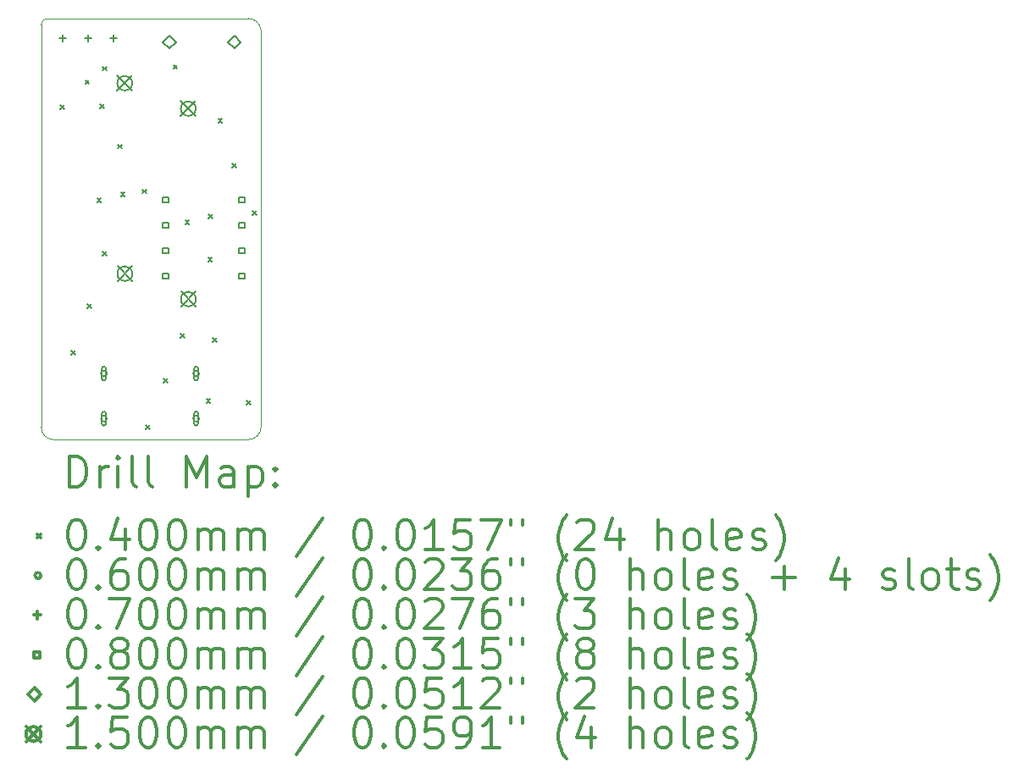
<source format=gbr>
%FSLAX45Y45*%
G04 Gerber Fmt 4.5, Leading zero omitted, Abs format (unit mm)*
G04 Created by KiCad (PCBNEW (5.1.10)-1) date 2021-10-19 19:02:57*
%MOMM*%
%LPD*%
G01*
G04 APERTURE LIST*
%TA.AperFunction,Profile*%
%ADD10C,0.050000*%
%TD*%
%ADD11C,0.200000*%
%ADD12C,0.300000*%
G04 APERTURE END LIST*
D10*
X19580860Y-5768340D02*
X19580860Y-9789160D01*
X21777960Y-9789160D02*
G75*
G02*
X21650960Y-9916160I-127000J0D01*
G01*
X21650960Y-5704840D02*
G75*
G02*
X21777960Y-5819773I0J-127633D01*
G01*
X19580860Y-5768340D02*
G75*
G02*
X19644360Y-5704840I63500J0D01*
G01*
X19707860Y-9916160D02*
G75*
G02*
X19580860Y-9789160I0J127000D01*
G01*
X21650960Y-5704840D02*
X19644360Y-5704840D01*
X21777960Y-9789160D02*
X21777960Y-5819773D01*
X19707860Y-9916160D02*
X21650960Y-9916160D01*
D11*
X19773966Y-6570538D02*
X19813966Y-6610538D01*
X19813966Y-6570538D02*
X19773966Y-6610538D01*
X19879884Y-9026972D02*
X19919884Y-9066972D01*
X19919884Y-9026972D02*
X19879884Y-9066972D01*
X20022632Y-6320856D02*
X20062632Y-6360856D01*
X20062632Y-6320856D02*
X20022632Y-6360856D01*
X20043968Y-8562152D02*
X20083968Y-8602152D01*
X20083968Y-8562152D02*
X20043968Y-8602152D01*
X20141250Y-7500178D02*
X20181250Y-7540178D01*
X20181250Y-7500178D02*
X20141250Y-7540178D01*
X20171222Y-6562918D02*
X20211222Y-6602918D01*
X20211222Y-6562918D02*
X20171222Y-6602918D01*
X20193066Y-8035356D02*
X20233066Y-8075356D01*
X20233066Y-8035356D02*
X20193066Y-8075356D01*
X20196876Y-6185728D02*
X20236876Y-6225728D01*
X20236876Y-6185728D02*
X20196876Y-6225728D01*
X20348260Y-6965254D02*
X20388260Y-7005254D01*
X20388260Y-6965254D02*
X20348260Y-7005254D01*
X20378232Y-7442520D02*
X20418232Y-7482520D01*
X20418232Y-7442520D02*
X20378232Y-7482520D01*
X20590956Y-7414326D02*
X20630956Y-7454326D01*
X20630956Y-7414326D02*
X20590956Y-7454326D01*
X20625628Y-9768906D02*
X20665628Y-9808906D01*
X20665628Y-9768906D02*
X20625628Y-9808906D01*
X20805206Y-9307642D02*
X20845206Y-9347642D01*
X20845206Y-9307642D02*
X20805206Y-9347642D01*
X20901472Y-6167948D02*
X20941472Y-6207948D01*
X20941472Y-6167948D02*
X20901472Y-6207948D01*
X20973354Y-8859840D02*
X21013354Y-8899840D01*
X21013354Y-8859840D02*
X20973354Y-8899840D01*
X21021106Y-7720904D02*
X21061106Y-7760904D01*
X21061106Y-7720904D02*
X21021106Y-7760904D01*
X21232688Y-9508048D02*
X21272688Y-9548048D01*
X21272688Y-9508048D02*
X21232688Y-9548048D01*
X21248690Y-8097078D02*
X21288690Y-8137078D01*
X21288690Y-8097078D02*
X21248690Y-8137078D01*
X21251992Y-7662738D02*
X21291992Y-7702738D01*
X21291992Y-7662738D02*
X21251992Y-7702738D01*
X21295934Y-8900734D02*
X21335934Y-8940734D01*
X21335934Y-8900734D02*
X21295934Y-8940734D01*
X21351814Y-6709476D02*
X21391814Y-6749476D01*
X21391814Y-6709476D02*
X21351814Y-6749476D01*
X21490752Y-7155246D02*
X21530752Y-7195246D01*
X21530752Y-7155246D02*
X21490752Y-7195246D01*
X21634770Y-9526082D02*
X21674770Y-9566082D01*
X21674770Y-9526082D02*
X21634770Y-9566082D01*
X21691412Y-7627432D02*
X21731412Y-7667432D01*
X21731412Y-7627432D02*
X21691412Y-7667432D01*
X20238504Y-9255408D02*
G75*
G03*
X20238504Y-9255408I-30000J0D01*
G01*
X20188504Y-9205408D02*
X20188504Y-9305408D01*
X20228504Y-9205408D02*
X20228504Y-9305408D01*
X20188504Y-9305408D02*
G75*
G03*
X20228504Y-9305408I20000J0D01*
G01*
X20228504Y-9205408D02*
G75*
G03*
X20188504Y-9205408I-20000J0D01*
G01*
X20238504Y-9705408D02*
G75*
G03*
X20238504Y-9705408I-30000J0D01*
G01*
X20188504Y-9655408D02*
X20188504Y-9755408D01*
X20228504Y-9655408D02*
X20228504Y-9755408D01*
X20188504Y-9755408D02*
G75*
G03*
X20228504Y-9755408I20000J0D01*
G01*
X20228504Y-9655408D02*
G75*
G03*
X20188504Y-9655408I-20000J0D01*
G01*
X21160504Y-9255408D02*
G75*
G03*
X21160504Y-9255408I-30000J0D01*
G01*
X21110504Y-9205408D02*
X21110504Y-9305408D01*
X21150504Y-9205408D02*
X21150504Y-9305408D01*
X21110504Y-9305408D02*
G75*
G03*
X21150504Y-9305408I20000J0D01*
G01*
X21150504Y-9205408D02*
G75*
G03*
X21110504Y-9205408I-20000J0D01*
G01*
X21160504Y-9705408D02*
G75*
G03*
X21160504Y-9705408I-30000J0D01*
G01*
X21110504Y-9655408D02*
X21110504Y-9755408D01*
X21150504Y-9655408D02*
X21150504Y-9755408D01*
X21110504Y-9755408D02*
G75*
G03*
X21150504Y-9755408I20000J0D01*
G01*
X21150504Y-9655408D02*
G75*
G03*
X21110504Y-9655408I-20000J0D01*
G01*
X19798538Y-5863896D02*
X19798538Y-5933896D01*
X19763538Y-5898896D02*
X19833538Y-5898896D01*
X20052538Y-5863896D02*
X20052538Y-5933896D01*
X20017538Y-5898896D02*
X20087538Y-5898896D01*
X20306538Y-5863896D02*
X20306538Y-5933896D01*
X20271538Y-5898896D02*
X20341538Y-5898896D01*
X20854761Y-7545922D02*
X20854761Y-7489353D01*
X20798192Y-7489353D01*
X20798192Y-7545922D01*
X20854761Y-7545922D01*
X20854761Y-7799922D02*
X20854761Y-7743353D01*
X20798192Y-7743353D01*
X20798192Y-7799922D01*
X20854761Y-7799922D01*
X20854761Y-8053922D02*
X20854761Y-7997353D01*
X20798192Y-7997353D01*
X20798192Y-8053922D01*
X20854761Y-8053922D01*
X20854761Y-8307922D02*
X20854761Y-8251353D01*
X20798192Y-8251353D01*
X20798192Y-8307922D01*
X20854761Y-8307922D01*
X21616761Y-7545922D02*
X21616761Y-7489353D01*
X21560192Y-7489353D01*
X21560192Y-7545922D01*
X21616761Y-7545922D01*
X21616761Y-7799922D02*
X21616761Y-7743353D01*
X21560192Y-7743353D01*
X21560192Y-7799922D01*
X21616761Y-7799922D01*
X21616761Y-8053922D02*
X21616761Y-7997353D01*
X21560192Y-7997353D01*
X21560192Y-8053922D01*
X21616761Y-8053922D01*
X21616761Y-8307922D02*
X21616761Y-8251353D01*
X21560192Y-8251353D01*
X21560192Y-8307922D01*
X21616761Y-8307922D01*
X20862544Y-6005552D02*
X20927544Y-5940552D01*
X20862544Y-5875552D01*
X20797544Y-5940552D01*
X20862544Y-6005552D01*
X21512544Y-6005552D02*
X21577544Y-5940552D01*
X21512544Y-5875552D01*
X21447544Y-5940552D01*
X21512544Y-6005552D01*
X20341266Y-6277032D02*
X20491266Y-6427032D01*
X20491266Y-6277032D02*
X20341266Y-6427032D01*
X20491266Y-6352032D02*
G75*
G03*
X20491266Y-6352032I-75000J0D01*
G01*
X20342282Y-8181778D02*
X20492282Y-8331778D01*
X20492282Y-8181778D02*
X20342282Y-8331778D01*
X20492282Y-8256778D02*
G75*
G03*
X20492282Y-8256778I-75000J0D01*
G01*
X20976266Y-6531032D02*
X21126266Y-6681032D01*
X21126266Y-6531032D02*
X20976266Y-6681032D01*
X21126266Y-6606032D02*
G75*
G03*
X21126266Y-6606032I-75000J0D01*
G01*
X20977282Y-8435778D02*
X21127282Y-8585778D01*
X21127282Y-8435778D02*
X20977282Y-8585778D01*
X21127282Y-8510778D02*
G75*
G03*
X21127282Y-8510778I-75000J0D01*
G01*
D12*
X19864788Y-10384374D02*
X19864788Y-10084374D01*
X19936217Y-10084374D01*
X19979074Y-10098660D01*
X20007646Y-10127232D01*
X20021931Y-10155803D01*
X20036217Y-10212946D01*
X20036217Y-10255803D01*
X20021931Y-10312946D01*
X20007646Y-10341517D01*
X19979074Y-10370089D01*
X19936217Y-10384374D01*
X19864788Y-10384374D01*
X20164788Y-10384374D02*
X20164788Y-10184374D01*
X20164788Y-10241517D02*
X20179074Y-10212946D01*
X20193360Y-10198660D01*
X20221931Y-10184374D01*
X20250503Y-10184374D01*
X20350503Y-10384374D02*
X20350503Y-10184374D01*
X20350503Y-10084374D02*
X20336217Y-10098660D01*
X20350503Y-10112946D01*
X20364788Y-10098660D01*
X20350503Y-10084374D01*
X20350503Y-10112946D01*
X20536217Y-10384374D02*
X20507646Y-10370089D01*
X20493360Y-10341517D01*
X20493360Y-10084374D01*
X20693360Y-10384374D02*
X20664788Y-10370089D01*
X20650503Y-10341517D01*
X20650503Y-10084374D01*
X21036217Y-10384374D02*
X21036217Y-10084374D01*
X21136217Y-10298660D01*
X21236217Y-10084374D01*
X21236217Y-10384374D01*
X21507646Y-10384374D02*
X21507646Y-10227232D01*
X21493360Y-10198660D01*
X21464788Y-10184374D01*
X21407646Y-10184374D01*
X21379074Y-10198660D01*
X21507646Y-10370089D02*
X21479074Y-10384374D01*
X21407646Y-10384374D01*
X21379074Y-10370089D01*
X21364788Y-10341517D01*
X21364788Y-10312946D01*
X21379074Y-10284374D01*
X21407646Y-10270089D01*
X21479074Y-10270089D01*
X21507646Y-10255803D01*
X21650503Y-10184374D02*
X21650503Y-10484374D01*
X21650503Y-10198660D02*
X21679074Y-10184374D01*
X21736217Y-10184374D01*
X21764788Y-10198660D01*
X21779074Y-10212946D01*
X21793360Y-10241517D01*
X21793360Y-10327232D01*
X21779074Y-10355803D01*
X21764788Y-10370089D01*
X21736217Y-10384374D01*
X21679074Y-10384374D01*
X21650503Y-10370089D01*
X21921931Y-10355803D02*
X21936217Y-10370089D01*
X21921931Y-10384374D01*
X21907646Y-10370089D01*
X21921931Y-10355803D01*
X21921931Y-10384374D01*
X21921931Y-10198660D02*
X21936217Y-10212946D01*
X21921931Y-10227232D01*
X21907646Y-10212946D01*
X21921931Y-10198660D01*
X21921931Y-10227232D01*
X19538360Y-10858660D02*
X19578360Y-10898660D01*
X19578360Y-10858660D02*
X19538360Y-10898660D01*
X19921931Y-10714374D02*
X19950503Y-10714374D01*
X19979074Y-10728660D01*
X19993360Y-10742946D01*
X20007646Y-10771517D01*
X20021931Y-10828660D01*
X20021931Y-10900089D01*
X20007646Y-10957232D01*
X19993360Y-10985803D01*
X19979074Y-11000089D01*
X19950503Y-11014374D01*
X19921931Y-11014374D01*
X19893360Y-11000089D01*
X19879074Y-10985803D01*
X19864788Y-10957232D01*
X19850503Y-10900089D01*
X19850503Y-10828660D01*
X19864788Y-10771517D01*
X19879074Y-10742946D01*
X19893360Y-10728660D01*
X19921931Y-10714374D01*
X20150503Y-10985803D02*
X20164788Y-11000089D01*
X20150503Y-11014374D01*
X20136217Y-11000089D01*
X20150503Y-10985803D01*
X20150503Y-11014374D01*
X20421931Y-10814374D02*
X20421931Y-11014374D01*
X20350503Y-10700089D02*
X20279074Y-10914374D01*
X20464788Y-10914374D01*
X20636217Y-10714374D02*
X20664788Y-10714374D01*
X20693360Y-10728660D01*
X20707646Y-10742946D01*
X20721931Y-10771517D01*
X20736217Y-10828660D01*
X20736217Y-10900089D01*
X20721931Y-10957232D01*
X20707646Y-10985803D01*
X20693360Y-11000089D01*
X20664788Y-11014374D01*
X20636217Y-11014374D01*
X20607646Y-11000089D01*
X20593360Y-10985803D01*
X20579074Y-10957232D01*
X20564788Y-10900089D01*
X20564788Y-10828660D01*
X20579074Y-10771517D01*
X20593360Y-10742946D01*
X20607646Y-10728660D01*
X20636217Y-10714374D01*
X20921931Y-10714374D02*
X20950503Y-10714374D01*
X20979074Y-10728660D01*
X20993360Y-10742946D01*
X21007646Y-10771517D01*
X21021931Y-10828660D01*
X21021931Y-10900089D01*
X21007646Y-10957232D01*
X20993360Y-10985803D01*
X20979074Y-11000089D01*
X20950503Y-11014374D01*
X20921931Y-11014374D01*
X20893360Y-11000089D01*
X20879074Y-10985803D01*
X20864788Y-10957232D01*
X20850503Y-10900089D01*
X20850503Y-10828660D01*
X20864788Y-10771517D01*
X20879074Y-10742946D01*
X20893360Y-10728660D01*
X20921931Y-10714374D01*
X21150503Y-11014374D02*
X21150503Y-10814374D01*
X21150503Y-10842946D02*
X21164788Y-10828660D01*
X21193360Y-10814374D01*
X21236217Y-10814374D01*
X21264788Y-10828660D01*
X21279074Y-10857232D01*
X21279074Y-11014374D01*
X21279074Y-10857232D02*
X21293360Y-10828660D01*
X21321931Y-10814374D01*
X21364788Y-10814374D01*
X21393360Y-10828660D01*
X21407646Y-10857232D01*
X21407646Y-11014374D01*
X21550503Y-11014374D02*
X21550503Y-10814374D01*
X21550503Y-10842946D02*
X21564788Y-10828660D01*
X21593360Y-10814374D01*
X21636217Y-10814374D01*
X21664788Y-10828660D01*
X21679074Y-10857232D01*
X21679074Y-11014374D01*
X21679074Y-10857232D02*
X21693360Y-10828660D01*
X21721931Y-10814374D01*
X21764788Y-10814374D01*
X21793360Y-10828660D01*
X21807646Y-10857232D01*
X21807646Y-11014374D01*
X22393360Y-10700089D02*
X22136217Y-11085803D01*
X22779074Y-10714374D02*
X22807646Y-10714374D01*
X22836217Y-10728660D01*
X22850503Y-10742946D01*
X22864788Y-10771517D01*
X22879074Y-10828660D01*
X22879074Y-10900089D01*
X22864788Y-10957232D01*
X22850503Y-10985803D01*
X22836217Y-11000089D01*
X22807646Y-11014374D01*
X22779074Y-11014374D01*
X22750503Y-11000089D01*
X22736217Y-10985803D01*
X22721931Y-10957232D01*
X22707646Y-10900089D01*
X22707646Y-10828660D01*
X22721931Y-10771517D01*
X22736217Y-10742946D01*
X22750503Y-10728660D01*
X22779074Y-10714374D01*
X23007646Y-10985803D02*
X23021931Y-11000089D01*
X23007646Y-11014374D01*
X22993360Y-11000089D01*
X23007646Y-10985803D01*
X23007646Y-11014374D01*
X23207646Y-10714374D02*
X23236217Y-10714374D01*
X23264788Y-10728660D01*
X23279074Y-10742946D01*
X23293360Y-10771517D01*
X23307646Y-10828660D01*
X23307646Y-10900089D01*
X23293360Y-10957232D01*
X23279074Y-10985803D01*
X23264788Y-11000089D01*
X23236217Y-11014374D01*
X23207646Y-11014374D01*
X23179074Y-11000089D01*
X23164788Y-10985803D01*
X23150503Y-10957232D01*
X23136217Y-10900089D01*
X23136217Y-10828660D01*
X23150503Y-10771517D01*
X23164788Y-10742946D01*
X23179074Y-10728660D01*
X23207646Y-10714374D01*
X23593360Y-11014374D02*
X23421931Y-11014374D01*
X23507646Y-11014374D02*
X23507646Y-10714374D01*
X23479074Y-10757232D01*
X23450503Y-10785803D01*
X23421931Y-10800089D01*
X23864788Y-10714374D02*
X23721931Y-10714374D01*
X23707646Y-10857232D01*
X23721931Y-10842946D01*
X23750503Y-10828660D01*
X23821931Y-10828660D01*
X23850503Y-10842946D01*
X23864788Y-10857232D01*
X23879074Y-10885803D01*
X23879074Y-10957232D01*
X23864788Y-10985803D01*
X23850503Y-11000089D01*
X23821931Y-11014374D01*
X23750503Y-11014374D01*
X23721931Y-11000089D01*
X23707646Y-10985803D01*
X23979074Y-10714374D02*
X24179074Y-10714374D01*
X24050503Y-11014374D01*
X24279074Y-10714374D02*
X24279074Y-10771517D01*
X24393360Y-10714374D02*
X24393360Y-10771517D01*
X24836217Y-11128660D02*
X24821931Y-11114374D01*
X24793360Y-11071517D01*
X24779074Y-11042946D01*
X24764788Y-11000089D01*
X24750503Y-10928660D01*
X24750503Y-10871517D01*
X24764788Y-10800089D01*
X24779074Y-10757232D01*
X24793360Y-10728660D01*
X24821931Y-10685803D01*
X24836217Y-10671517D01*
X24936217Y-10742946D02*
X24950503Y-10728660D01*
X24979074Y-10714374D01*
X25050503Y-10714374D01*
X25079074Y-10728660D01*
X25093360Y-10742946D01*
X25107646Y-10771517D01*
X25107646Y-10800089D01*
X25093360Y-10842946D01*
X24921931Y-11014374D01*
X25107646Y-11014374D01*
X25364788Y-10814374D02*
X25364788Y-11014374D01*
X25293360Y-10700089D02*
X25221931Y-10914374D01*
X25407646Y-10914374D01*
X25750503Y-11014374D02*
X25750503Y-10714374D01*
X25879074Y-11014374D02*
X25879074Y-10857232D01*
X25864788Y-10828660D01*
X25836217Y-10814374D01*
X25793360Y-10814374D01*
X25764788Y-10828660D01*
X25750503Y-10842946D01*
X26064788Y-11014374D02*
X26036217Y-11000089D01*
X26021931Y-10985803D01*
X26007646Y-10957232D01*
X26007646Y-10871517D01*
X26021931Y-10842946D01*
X26036217Y-10828660D01*
X26064788Y-10814374D01*
X26107646Y-10814374D01*
X26136217Y-10828660D01*
X26150503Y-10842946D01*
X26164788Y-10871517D01*
X26164788Y-10957232D01*
X26150503Y-10985803D01*
X26136217Y-11000089D01*
X26107646Y-11014374D01*
X26064788Y-11014374D01*
X26336217Y-11014374D02*
X26307646Y-11000089D01*
X26293360Y-10971517D01*
X26293360Y-10714374D01*
X26564788Y-11000089D02*
X26536217Y-11014374D01*
X26479074Y-11014374D01*
X26450503Y-11000089D01*
X26436217Y-10971517D01*
X26436217Y-10857232D01*
X26450503Y-10828660D01*
X26479074Y-10814374D01*
X26536217Y-10814374D01*
X26564788Y-10828660D01*
X26579074Y-10857232D01*
X26579074Y-10885803D01*
X26436217Y-10914374D01*
X26693360Y-11000089D02*
X26721931Y-11014374D01*
X26779074Y-11014374D01*
X26807646Y-11000089D01*
X26821931Y-10971517D01*
X26821931Y-10957232D01*
X26807646Y-10928660D01*
X26779074Y-10914374D01*
X26736217Y-10914374D01*
X26707646Y-10900089D01*
X26693360Y-10871517D01*
X26693360Y-10857232D01*
X26707646Y-10828660D01*
X26736217Y-10814374D01*
X26779074Y-10814374D01*
X26807646Y-10828660D01*
X26921931Y-11128660D02*
X26936217Y-11114374D01*
X26964788Y-11071517D01*
X26979074Y-11042946D01*
X26993360Y-11000089D01*
X27007646Y-10928660D01*
X27007646Y-10871517D01*
X26993360Y-10800089D01*
X26979074Y-10757232D01*
X26964788Y-10728660D01*
X26936217Y-10685803D01*
X26921931Y-10671517D01*
X19578360Y-11274660D02*
G75*
G03*
X19578360Y-11274660I-30000J0D01*
G01*
X19921931Y-11110374D02*
X19950503Y-11110374D01*
X19979074Y-11124660D01*
X19993360Y-11138946D01*
X20007646Y-11167517D01*
X20021931Y-11224660D01*
X20021931Y-11296089D01*
X20007646Y-11353231D01*
X19993360Y-11381803D01*
X19979074Y-11396089D01*
X19950503Y-11410374D01*
X19921931Y-11410374D01*
X19893360Y-11396089D01*
X19879074Y-11381803D01*
X19864788Y-11353231D01*
X19850503Y-11296089D01*
X19850503Y-11224660D01*
X19864788Y-11167517D01*
X19879074Y-11138946D01*
X19893360Y-11124660D01*
X19921931Y-11110374D01*
X20150503Y-11381803D02*
X20164788Y-11396089D01*
X20150503Y-11410374D01*
X20136217Y-11396089D01*
X20150503Y-11381803D01*
X20150503Y-11410374D01*
X20421931Y-11110374D02*
X20364788Y-11110374D01*
X20336217Y-11124660D01*
X20321931Y-11138946D01*
X20293360Y-11181803D01*
X20279074Y-11238946D01*
X20279074Y-11353231D01*
X20293360Y-11381803D01*
X20307646Y-11396089D01*
X20336217Y-11410374D01*
X20393360Y-11410374D01*
X20421931Y-11396089D01*
X20436217Y-11381803D01*
X20450503Y-11353231D01*
X20450503Y-11281803D01*
X20436217Y-11253231D01*
X20421931Y-11238946D01*
X20393360Y-11224660D01*
X20336217Y-11224660D01*
X20307646Y-11238946D01*
X20293360Y-11253231D01*
X20279074Y-11281803D01*
X20636217Y-11110374D02*
X20664788Y-11110374D01*
X20693360Y-11124660D01*
X20707646Y-11138946D01*
X20721931Y-11167517D01*
X20736217Y-11224660D01*
X20736217Y-11296089D01*
X20721931Y-11353231D01*
X20707646Y-11381803D01*
X20693360Y-11396089D01*
X20664788Y-11410374D01*
X20636217Y-11410374D01*
X20607646Y-11396089D01*
X20593360Y-11381803D01*
X20579074Y-11353231D01*
X20564788Y-11296089D01*
X20564788Y-11224660D01*
X20579074Y-11167517D01*
X20593360Y-11138946D01*
X20607646Y-11124660D01*
X20636217Y-11110374D01*
X20921931Y-11110374D02*
X20950503Y-11110374D01*
X20979074Y-11124660D01*
X20993360Y-11138946D01*
X21007646Y-11167517D01*
X21021931Y-11224660D01*
X21021931Y-11296089D01*
X21007646Y-11353231D01*
X20993360Y-11381803D01*
X20979074Y-11396089D01*
X20950503Y-11410374D01*
X20921931Y-11410374D01*
X20893360Y-11396089D01*
X20879074Y-11381803D01*
X20864788Y-11353231D01*
X20850503Y-11296089D01*
X20850503Y-11224660D01*
X20864788Y-11167517D01*
X20879074Y-11138946D01*
X20893360Y-11124660D01*
X20921931Y-11110374D01*
X21150503Y-11410374D02*
X21150503Y-11210374D01*
X21150503Y-11238946D02*
X21164788Y-11224660D01*
X21193360Y-11210374D01*
X21236217Y-11210374D01*
X21264788Y-11224660D01*
X21279074Y-11253231D01*
X21279074Y-11410374D01*
X21279074Y-11253231D02*
X21293360Y-11224660D01*
X21321931Y-11210374D01*
X21364788Y-11210374D01*
X21393360Y-11224660D01*
X21407646Y-11253231D01*
X21407646Y-11410374D01*
X21550503Y-11410374D02*
X21550503Y-11210374D01*
X21550503Y-11238946D02*
X21564788Y-11224660D01*
X21593360Y-11210374D01*
X21636217Y-11210374D01*
X21664788Y-11224660D01*
X21679074Y-11253231D01*
X21679074Y-11410374D01*
X21679074Y-11253231D02*
X21693360Y-11224660D01*
X21721931Y-11210374D01*
X21764788Y-11210374D01*
X21793360Y-11224660D01*
X21807646Y-11253231D01*
X21807646Y-11410374D01*
X22393360Y-11096089D02*
X22136217Y-11481803D01*
X22779074Y-11110374D02*
X22807646Y-11110374D01*
X22836217Y-11124660D01*
X22850503Y-11138946D01*
X22864788Y-11167517D01*
X22879074Y-11224660D01*
X22879074Y-11296089D01*
X22864788Y-11353231D01*
X22850503Y-11381803D01*
X22836217Y-11396089D01*
X22807646Y-11410374D01*
X22779074Y-11410374D01*
X22750503Y-11396089D01*
X22736217Y-11381803D01*
X22721931Y-11353231D01*
X22707646Y-11296089D01*
X22707646Y-11224660D01*
X22721931Y-11167517D01*
X22736217Y-11138946D01*
X22750503Y-11124660D01*
X22779074Y-11110374D01*
X23007646Y-11381803D02*
X23021931Y-11396089D01*
X23007646Y-11410374D01*
X22993360Y-11396089D01*
X23007646Y-11381803D01*
X23007646Y-11410374D01*
X23207646Y-11110374D02*
X23236217Y-11110374D01*
X23264788Y-11124660D01*
X23279074Y-11138946D01*
X23293360Y-11167517D01*
X23307646Y-11224660D01*
X23307646Y-11296089D01*
X23293360Y-11353231D01*
X23279074Y-11381803D01*
X23264788Y-11396089D01*
X23236217Y-11410374D01*
X23207646Y-11410374D01*
X23179074Y-11396089D01*
X23164788Y-11381803D01*
X23150503Y-11353231D01*
X23136217Y-11296089D01*
X23136217Y-11224660D01*
X23150503Y-11167517D01*
X23164788Y-11138946D01*
X23179074Y-11124660D01*
X23207646Y-11110374D01*
X23421931Y-11138946D02*
X23436217Y-11124660D01*
X23464788Y-11110374D01*
X23536217Y-11110374D01*
X23564788Y-11124660D01*
X23579074Y-11138946D01*
X23593360Y-11167517D01*
X23593360Y-11196089D01*
X23579074Y-11238946D01*
X23407646Y-11410374D01*
X23593360Y-11410374D01*
X23693360Y-11110374D02*
X23879074Y-11110374D01*
X23779074Y-11224660D01*
X23821931Y-11224660D01*
X23850503Y-11238946D01*
X23864788Y-11253231D01*
X23879074Y-11281803D01*
X23879074Y-11353231D01*
X23864788Y-11381803D01*
X23850503Y-11396089D01*
X23821931Y-11410374D01*
X23736217Y-11410374D01*
X23707646Y-11396089D01*
X23693360Y-11381803D01*
X24136217Y-11110374D02*
X24079074Y-11110374D01*
X24050503Y-11124660D01*
X24036217Y-11138946D01*
X24007646Y-11181803D01*
X23993360Y-11238946D01*
X23993360Y-11353231D01*
X24007646Y-11381803D01*
X24021931Y-11396089D01*
X24050503Y-11410374D01*
X24107646Y-11410374D01*
X24136217Y-11396089D01*
X24150503Y-11381803D01*
X24164788Y-11353231D01*
X24164788Y-11281803D01*
X24150503Y-11253231D01*
X24136217Y-11238946D01*
X24107646Y-11224660D01*
X24050503Y-11224660D01*
X24021931Y-11238946D01*
X24007646Y-11253231D01*
X23993360Y-11281803D01*
X24279074Y-11110374D02*
X24279074Y-11167517D01*
X24393360Y-11110374D02*
X24393360Y-11167517D01*
X24836217Y-11524660D02*
X24821931Y-11510374D01*
X24793360Y-11467517D01*
X24779074Y-11438946D01*
X24764788Y-11396089D01*
X24750503Y-11324660D01*
X24750503Y-11267517D01*
X24764788Y-11196089D01*
X24779074Y-11153232D01*
X24793360Y-11124660D01*
X24821931Y-11081803D01*
X24836217Y-11067517D01*
X25007646Y-11110374D02*
X25036217Y-11110374D01*
X25064788Y-11124660D01*
X25079074Y-11138946D01*
X25093360Y-11167517D01*
X25107646Y-11224660D01*
X25107646Y-11296089D01*
X25093360Y-11353231D01*
X25079074Y-11381803D01*
X25064788Y-11396089D01*
X25036217Y-11410374D01*
X25007646Y-11410374D01*
X24979074Y-11396089D01*
X24964788Y-11381803D01*
X24950503Y-11353231D01*
X24936217Y-11296089D01*
X24936217Y-11224660D01*
X24950503Y-11167517D01*
X24964788Y-11138946D01*
X24979074Y-11124660D01*
X25007646Y-11110374D01*
X25464788Y-11410374D02*
X25464788Y-11110374D01*
X25593360Y-11410374D02*
X25593360Y-11253231D01*
X25579074Y-11224660D01*
X25550503Y-11210374D01*
X25507646Y-11210374D01*
X25479074Y-11224660D01*
X25464788Y-11238946D01*
X25779074Y-11410374D02*
X25750503Y-11396089D01*
X25736217Y-11381803D01*
X25721931Y-11353231D01*
X25721931Y-11267517D01*
X25736217Y-11238946D01*
X25750503Y-11224660D01*
X25779074Y-11210374D01*
X25821931Y-11210374D01*
X25850503Y-11224660D01*
X25864788Y-11238946D01*
X25879074Y-11267517D01*
X25879074Y-11353231D01*
X25864788Y-11381803D01*
X25850503Y-11396089D01*
X25821931Y-11410374D01*
X25779074Y-11410374D01*
X26050503Y-11410374D02*
X26021931Y-11396089D01*
X26007646Y-11367517D01*
X26007646Y-11110374D01*
X26279074Y-11396089D02*
X26250503Y-11410374D01*
X26193360Y-11410374D01*
X26164788Y-11396089D01*
X26150503Y-11367517D01*
X26150503Y-11253231D01*
X26164788Y-11224660D01*
X26193360Y-11210374D01*
X26250503Y-11210374D01*
X26279074Y-11224660D01*
X26293360Y-11253231D01*
X26293360Y-11281803D01*
X26150503Y-11310374D01*
X26407646Y-11396089D02*
X26436217Y-11410374D01*
X26493360Y-11410374D01*
X26521931Y-11396089D01*
X26536217Y-11367517D01*
X26536217Y-11353231D01*
X26521931Y-11324660D01*
X26493360Y-11310374D01*
X26450503Y-11310374D01*
X26421931Y-11296089D01*
X26407646Y-11267517D01*
X26407646Y-11253231D01*
X26421931Y-11224660D01*
X26450503Y-11210374D01*
X26493360Y-11210374D01*
X26521931Y-11224660D01*
X26893360Y-11296089D02*
X27121931Y-11296089D01*
X27007646Y-11410374D02*
X27007646Y-11181803D01*
X27621931Y-11210374D02*
X27621931Y-11410374D01*
X27550503Y-11096089D02*
X27479074Y-11310374D01*
X27664788Y-11310374D01*
X27993360Y-11396089D02*
X28021931Y-11410374D01*
X28079074Y-11410374D01*
X28107646Y-11396089D01*
X28121931Y-11367517D01*
X28121931Y-11353231D01*
X28107646Y-11324660D01*
X28079074Y-11310374D01*
X28036217Y-11310374D01*
X28007646Y-11296089D01*
X27993360Y-11267517D01*
X27993360Y-11253231D01*
X28007646Y-11224660D01*
X28036217Y-11210374D01*
X28079074Y-11210374D01*
X28107646Y-11224660D01*
X28293360Y-11410374D02*
X28264788Y-11396089D01*
X28250503Y-11367517D01*
X28250503Y-11110374D01*
X28450503Y-11410374D02*
X28421931Y-11396089D01*
X28407646Y-11381803D01*
X28393360Y-11353231D01*
X28393360Y-11267517D01*
X28407646Y-11238946D01*
X28421931Y-11224660D01*
X28450503Y-11210374D01*
X28493360Y-11210374D01*
X28521931Y-11224660D01*
X28536217Y-11238946D01*
X28550503Y-11267517D01*
X28550503Y-11353231D01*
X28536217Y-11381803D01*
X28521931Y-11396089D01*
X28493360Y-11410374D01*
X28450503Y-11410374D01*
X28636217Y-11210374D02*
X28750503Y-11210374D01*
X28679074Y-11110374D02*
X28679074Y-11367517D01*
X28693360Y-11396089D01*
X28721931Y-11410374D01*
X28750503Y-11410374D01*
X28836217Y-11396089D02*
X28864788Y-11410374D01*
X28921931Y-11410374D01*
X28950503Y-11396089D01*
X28964788Y-11367517D01*
X28964788Y-11353231D01*
X28950503Y-11324660D01*
X28921931Y-11310374D01*
X28879074Y-11310374D01*
X28850503Y-11296089D01*
X28836217Y-11267517D01*
X28836217Y-11253231D01*
X28850503Y-11224660D01*
X28879074Y-11210374D01*
X28921931Y-11210374D01*
X28950503Y-11224660D01*
X29064788Y-11524660D02*
X29079074Y-11510374D01*
X29107646Y-11467517D01*
X29121931Y-11438946D01*
X29136217Y-11396089D01*
X29150503Y-11324660D01*
X29150503Y-11267517D01*
X29136217Y-11196089D01*
X29121931Y-11153232D01*
X29107646Y-11124660D01*
X29079074Y-11081803D01*
X29064788Y-11067517D01*
X19543360Y-11635660D02*
X19543360Y-11705660D01*
X19508360Y-11670660D02*
X19578360Y-11670660D01*
X19921931Y-11506374D02*
X19950503Y-11506374D01*
X19979074Y-11520660D01*
X19993360Y-11534946D01*
X20007646Y-11563517D01*
X20021931Y-11620660D01*
X20021931Y-11692089D01*
X20007646Y-11749231D01*
X19993360Y-11777803D01*
X19979074Y-11792089D01*
X19950503Y-11806374D01*
X19921931Y-11806374D01*
X19893360Y-11792089D01*
X19879074Y-11777803D01*
X19864788Y-11749231D01*
X19850503Y-11692089D01*
X19850503Y-11620660D01*
X19864788Y-11563517D01*
X19879074Y-11534946D01*
X19893360Y-11520660D01*
X19921931Y-11506374D01*
X20150503Y-11777803D02*
X20164788Y-11792089D01*
X20150503Y-11806374D01*
X20136217Y-11792089D01*
X20150503Y-11777803D01*
X20150503Y-11806374D01*
X20264788Y-11506374D02*
X20464788Y-11506374D01*
X20336217Y-11806374D01*
X20636217Y-11506374D02*
X20664788Y-11506374D01*
X20693360Y-11520660D01*
X20707646Y-11534946D01*
X20721931Y-11563517D01*
X20736217Y-11620660D01*
X20736217Y-11692089D01*
X20721931Y-11749231D01*
X20707646Y-11777803D01*
X20693360Y-11792089D01*
X20664788Y-11806374D01*
X20636217Y-11806374D01*
X20607646Y-11792089D01*
X20593360Y-11777803D01*
X20579074Y-11749231D01*
X20564788Y-11692089D01*
X20564788Y-11620660D01*
X20579074Y-11563517D01*
X20593360Y-11534946D01*
X20607646Y-11520660D01*
X20636217Y-11506374D01*
X20921931Y-11506374D02*
X20950503Y-11506374D01*
X20979074Y-11520660D01*
X20993360Y-11534946D01*
X21007646Y-11563517D01*
X21021931Y-11620660D01*
X21021931Y-11692089D01*
X21007646Y-11749231D01*
X20993360Y-11777803D01*
X20979074Y-11792089D01*
X20950503Y-11806374D01*
X20921931Y-11806374D01*
X20893360Y-11792089D01*
X20879074Y-11777803D01*
X20864788Y-11749231D01*
X20850503Y-11692089D01*
X20850503Y-11620660D01*
X20864788Y-11563517D01*
X20879074Y-11534946D01*
X20893360Y-11520660D01*
X20921931Y-11506374D01*
X21150503Y-11806374D02*
X21150503Y-11606374D01*
X21150503Y-11634946D02*
X21164788Y-11620660D01*
X21193360Y-11606374D01*
X21236217Y-11606374D01*
X21264788Y-11620660D01*
X21279074Y-11649231D01*
X21279074Y-11806374D01*
X21279074Y-11649231D02*
X21293360Y-11620660D01*
X21321931Y-11606374D01*
X21364788Y-11606374D01*
X21393360Y-11620660D01*
X21407646Y-11649231D01*
X21407646Y-11806374D01*
X21550503Y-11806374D02*
X21550503Y-11606374D01*
X21550503Y-11634946D02*
X21564788Y-11620660D01*
X21593360Y-11606374D01*
X21636217Y-11606374D01*
X21664788Y-11620660D01*
X21679074Y-11649231D01*
X21679074Y-11806374D01*
X21679074Y-11649231D02*
X21693360Y-11620660D01*
X21721931Y-11606374D01*
X21764788Y-11606374D01*
X21793360Y-11620660D01*
X21807646Y-11649231D01*
X21807646Y-11806374D01*
X22393360Y-11492089D02*
X22136217Y-11877803D01*
X22779074Y-11506374D02*
X22807646Y-11506374D01*
X22836217Y-11520660D01*
X22850503Y-11534946D01*
X22864788Y-11563517D01*
X22879074Y-11620660D01*
X22879074Y-11692089D01*
X22864788Y-11749231D01*
X22850503Y-11777803D01*
X22836217Y-11792089D01*
X22807646Y-11806374D01*
X22779074Y-11806374D01*
X22750503Y-11792089D01*
X22736217Y-11777803D01*
X22721931Y-11749231D01*
X22707646Y-11692089D01*
X22707646Y-11620660D01*
X22721931Y-11563517D01*
X22736217Y-11534946D01*
X22750503Y-11520660D01*
X22779074Y-11506374D01*
X23007646Y-11777803D02*
X23021931Y-11792089D01*
X23007646Y-11806374D01*
X22993360Y-11792089D01*
X23007646Y-11777803D01*
X23007646Y-11806374D01*
X23207646Y-11506374D02*
X23236217Y-11506374D01*
X23264788Y-11520660D01*
X23279074Y-11534946D01*
X23293360Y-11563517D01*
X23307646Y-11620660D01*
X23307646Y-11692089D01*
X23293360Y-11749231D01*
X23279074Y-11777803D01*
X23264788Y-11792089D01*
X23236217Y-11806374D01*
X23207646Y-11806374D01*
X23179074Y-11792089D01*
X23164788Y-11777803D01*
X23150503Y-11749231D01*
X23136217Y-11692089D01*
X23136217Y-11620660D01*
X23150503Y-11563517D01*
X23164788Y-11534946D01*
X23179074Y-11520660D01*
X23207646Y-11506374D01*
X23421931Y-11534946D02*
X23436217Y-11520660D01*
X23464788Y-11506374D01*
X23536217Y-11506374D01*
X23564788Y-11520660D01*
X23579074Y-11534946D01*
X23593360Y-11563517D01*
X23593360Y-11592089D01*
X23579074Y-11634946D01*
X23407646Y-11806374D01*
X23593360Y-11806374D01*
X23693360Y-11506374D02*
X23893360Y-11506374D01*
X23764788Y-11806374D01*
X24136217Y-11506374D02*
X24079074Y-11506374D01*
X24050503Y-11520660D01*
X24036217Y-11534946D01*
X24007646Y-11577803D01*
X23993360Y-11634946D01*
X23993360Y-11749231D01*
X24007646Y-11777803D01*
X24021931Y-11792089D01*
X24050503Y-11806374D01*
X24107646Y-11806374D01*
X24136217Y-11792089D01*
X24150503Y-11777803D01*
X24164788Y-11749231D01*
X24164788Y-11677803D01*
X24150503Y-11649231D01*
X24136217Y-11634946D01*
X24107646Y-11620660D01*
X24050503Y-11620660D01*
X24021931Y-11634946D01*
X24007646Y-11649231D01*
X23993360Y-11677803D01*
X24279074Y-11506374D02*
X24279074Y-11563517D01*
X24393360Y-11506374D02*
X24393360Y-11563517D01*
X24836217Y-11920660D02*
X24821931Y-11906374D01*
X24793360Y-11863517D01*
X24779074Y-11834946D01*
X24764788Y-11792089D01*
X24750503Y-11720660D01*
X24750503Y-11663517D01*
X24764788Y-11592089D01*
X24779074Y-11549231D01*
X24793360Y-11520660D01*
X24821931Y-11477803D01*
X24836217Y-11463517D01*
X24921931Y-11506374D02*
X25107646Y-11506374D01*
X25007646Y-11620660D01*
X25050503Y-11620660D01*
X25079074Y-11634946D01*
X25093360Y-11649231D01*
X25107646Y-11677803D01*
X25107646Y-11749231D01*
X25093360Y-11777803D01*
X25079074Y-11792089D01*
X25050503Y-11806374D01*
X24964788Y-11806374D01*
X24936217Y-11792089D01*
X24921931Y-11777803D01*
X25464788Y-11806374D02*
X25464788Y-11506374D01*
X25593360Y-11806374D02*
X25593360Y-11649231D01*
X25579074Y-11620660D01*
X25550503Y-11606374D01*
X25507646Y-11606374D01*
X25479074Y-11620660D01*
X25464788Y-11634946D01*
X25779074Y-11806374D02*
X25750503Y-11792089D01*
X25736217Y-11777803D01*
X25721931Y-11749231D01*
X25721931Y-11663517D01*
X25736217Y-11634946D01*
X25750503Y-11620660D01*
X25779074Y-11606374D01*
X25821931Y-11606374D01*
X25850503Y-11620660D01*
X25864788Y-11634946D01*
X25879074Y-11663517D01*
X25879074Y-11749231D01*
X25864788Y-11777803D01*
X25850503Y-11792089D01*
X25821931Y-11806374D01*
X25779074Y-11806374D01*
X26050503Y-11806374D02*
X26021931Y-11792089D01*
X26007646Y-11763517D01*
X26007646Y-11506374D01*
X26279074Y-11792089D02*
X26250503Y-11806374D01*
X26193360Y-11806374D01*
X26164788Y-11792089D01*
X26150503Y-11763517D01*
X26150503Y-11649231D01*
X26164788Y-11620660D01*
X26193360Y-11606374D01*
X26250503Y-11606374D01*
X26279074Y-11620660D01*
X26293360Y-11649231D01*
X26293360Y-11677803D01*
X26150503Y-11706374D01*
X26407646Y-11792089D02*
X26436217Y-11806374D01*
X26493360Y-11806374D01*
X26521931Y-11792089D01*
X26536217Y-11763517D01*
X26536217Y-11749231D01*
X26521931Y-11720660D01*
X26493360Y-11706374D01*
X26450503Y-11706374D01*
X26421931Y-11692089D01*
X26407646Y-11663517D01*
X26407646Y-11649231D01*
X26421931Y-11620660D01*
X26450503Y-11606374D01*
X26493360Y-11606374D01*
X26521931Y-11620660D01*
X26636217Y-11920660D02*
X26650503Y-11906374D01*
X26679074Y-11863517D01*
X26693360Y-11834946D01*
X26707646Y-11792089D01*
X26721931Y-11720660D01*
X26721931Y-11663517D01*
X26707646Y-11592089D01*
X26693360Y-11549231D01*
X26679074Y-11520660D01*
X26650503Y-11477803D01*
X26636217Y-11463517D01*
X19566644Y-12094945D02*
X19566644Y-12038376D01*
X19510075Y-12038376D01*
X19510075Y-12094945D01*
X19566644Y-12094945D01*
X19921931Y-11902374D02*
X19950503Y-11902374D01*
X19979074Y-11916660D01*
X19993360Y-11930946D01*
X20007646Y-11959517D01*
X20021931Y-12016660D01*
X20021931Y-12088089D01*
X20007646Y-12145231D01*
X19993360Y-12173803D01*
X19979074Y-12188089D01*
X19950503Y-12202374D01*
X19921931Y-12202374D01*
X19893360Y-12188089D01*
X19879074Y-12173803D01*
X19864788Y-12145231D01*
X19850503Y-12088089D01*
X19850503Y-12016660D01*
X19864788Y-11959517D01*
X19879074Y-11930946D01*
X19893360Y-11916660D01*
X19921931Y-11902374D01*
X20150503Y-12173803D02*
X20164788Y-12188089D01*
X20150503Y-12202374D01*
X20136217Y-12188089D01*
X20150503Y-12173803D01*
X20150503Y-12202374D01*
X20336217Y-12030946D02*
X20307646Y-12016660D01*
X20293360Y-12002374D01*
X20279074Y-11973803D01*
X20279074Y-11959517D01*
X20293360Y-11930946D01*
X20307646Y-11916660D01*
X20336217Y-11902374D01*
X20393360Y-11902374D01*
X20421931Y-11916660D01*
X20436217Y-11930946D01*
X20450503Y-11959517D01*
X20450503Y-11973803D01*
X20436217Y-12002374D01*
X20421931Y-12016660D01*
X20393360Y-12030946D01*
X20336217Y-12030946D01*
X20307646Y-12045231D01*
X20293360Y-12059517D01*
X20279074Y-12088089D01*
X20279074Y-12145231D01*
X20293360Y-12173803D01*
X20307646Y-12188089D01*
X20336217Y-12202374D01*
X20393360Y-12202374D01*
X20421931Y-12188089D01*
X20436217Y-12173803D01*
X20450503Y-12145231D01*
X20450503Y-12088089D01*
X20436217Y-12059517D01*
X20421931Y-12045231D01*
X20393360Y-12030946D01*
X20636217Y-11902374D02*
X20664788Y-11902374D01*
X20693360Y-11916660D01*
X20707646Y-11930946D01*
X20721931Y-11959517D01*
X20736217Y-12016660D01*
X20736217Y-12088089D01*
X20721931Y-12145231D01*
X20707646Y-12173803D01*
X20693360Y-12188089D01*
X20664788Y-12202374D01*
X20636217Y-12202374D01*
X20607646Y-12188089D01*
X20593360Y-12173803D01*
X20579074Y-12145231D01*
X20564788Y-12088089D01*
X20564788Y-12016660D01*
X20579074Y-11959517D01*
X20593360Y-11930946D01*
X20607646Y-11916660D01*
X20636217Y-11902374D01*
X20921931Y-11902374D02*
X20950503Y-11902374D01*
X20979074Y-11916660D01*
X20993360Y-11930946D01*
X21007646Y-11959517D01*
X21021931Y-12016660D01*
X21021931Y-12088089D01*
X21007646Y-12145231D01*
X20993360Y-12173803D01*
X20979074Y-12188089D01*
X20950503Y-12202374D01*
X20921931Y-12202374D01*
X20893360Y-12188089D01*
X20879074Y-12173803D01*
X20864788Y-12145231D01*
X20850503Y-12088089D01*
X20850503Y-12016660D01*
X20864788Y-11959517D01*
X20879074Y-11930946D01*
X20893360Y-11916660D01*
X20921931Y-11902374D01*
X21150503Y-12202374D02*
X21150503Y-12002374D01*
X21150503Y-12030946D02*
X21164788Y-12016660D01*
X21193360Y-12002374D01*
X21236217Y-12002374D01*
X21264788Y-12016660D01*
X21279074Y-12045231D01*
X21279074Y-12202374D01*
X21279074Y-12045231D02*
X21293360Y-12016660D01*
X21321931Y-12002374D01*
X21364788Y-12002374D01*
X21393360Y-12016660D01*
X21407646Y-12045231D01*
X21407646Y-12202374D01*
X21550503Y-12202374D02*
X21550503Y-12002374D01*
X21550503Y-12030946D02*
X21564788Y-12016660D01*
X21593360Y-12002374D01*
X21636217Y-12002374D01*
X21664788Y-12016660D01*
X21679074Y-12045231D01*
X21679074Y-12202374D01*
X21679074Y-12045231D02*
X21693360Y-12016660D01*
X21721931Y-12002374D01*
X21764788Y-12002374D01*
X21793360Y-12016660D01*
X21807646Y-12045231D01*
X21807646Y-12202374D01*
X22393360Y-11888089D02*
X22136217Y-12273803D01*
X22779074Y-11902374D02*
X22807646Y-11902374D01*
X22836217Y-11916660D01*
X22850503Y-11930946D01*
X22864788Y-11959517D01*
X22879074Y-12016660D01*
X22879074Y-12088089D01*
X22864788Y-12145231D01*
X22850503Y-12173803D01*
X22836217Y-12188089D01*
X22807646Y-12202374D01*
X22779074Y-12202374D01*
X22750503Y-12188089D01*
X22736217Y-12173803D01*
X22721931Y-12145231D01*
X22707646Y-12088089D01*
X22707646Y-12016660D01*
X22721931Y-11959517D01*
X22736217Y-11930946D01*
X22750503Y-11916660D01*
X22779074Y-11902374D01*
X23007646Y-12173803D02*
X23021931Y-12188089D01*
X23007646Y-12202374D01*
X22993360Y-12188089D01*
X23007646Y-12173803D01*
X23007646Y-12202374D01*
X23207646Y-11902374D02*
X23236217Y-11902374D01*
X23264788Y-11916660D01*
X23279074Y-11930946D01*
X23293360Y-11959517D01*
X23307646Y-12016660D01*
X23307646Y-12088089D01*
X23293360Y-12145231D01*
X23279074Y-12173803D01*
X23264788Y-12188089D01*
X23236217Y-12202374D01*
X23207646Y-12202374D01*
X23179074Y-12188089D01*
X23164788Y-12173803D01*
X23150503Y-12145231D01*
X23136217Y-12088089D01*
X23136217Y-12016660D01*
X23150503Y-11959517D01*
X23164788Y-11930946D01*
X23179074Y-11916660D01*
X23207646Y-11902374D01*
X23407646Y-11902374D02*
X23593360Y-11902374D01*
X23493360Y-12016660D01*
X23536217Y-12016660D01*
X23564788Y-12030946D01*
X23579074Y-12045231D01*
X23593360Y-12073803D01*
X23593360Y-12145231D01*
X23579074Y-12173803D01*
X23564788Y-12188089D01*
X23536217Y-12202374D01*
X23450503Y-12202374D01*
X23421931Y-12188089D01*
X23407646Y-12173803D01*
X23879074Y-12202374D02*
X23707646Y-12202374D01*
X23793360Y-12202374D02*
X23793360Y-11902374D01*
X23764788Y-11945231D01*
X23736217Y-11973803D01*
X23707646Y-11988089D01*
X24150503Y-11902374D02*
X24007646Y-11902374D01*
X23993360Y-12045231D01*
X24007646Y-12030946D01*
X24036217Y-12016660D01*
X24107646Y-12016660D01*
X24136217Y-12030946D01*
X24150503Y-12045231D01*
X24164788Y-12073803D01*
X24164788Y-12145231D01*
X24150503Y-12173803D01*
X24136217Y-12188089D01*
X24107646Y-12202374D01*
X24036217Y-12202374D01*
X24007646Y-12188089D01*
X23993360Y-12173803D01*
X24279074Y-11902374D02*
X24279074Y-11959517D01*
X24393360Y-11902374D02*
X24393360Y-11959517D01*
X24836217Y-12316660D02*
X24821931Y-12302374D01*
X24793360Y-12259517D01*
X24779074Y-12230946D01*
X24764788Y-12188089D01*
X24750503Y-12116660D01*
X24750503Y-12059517D01*
X24764788Y-11988089D01*
X24779074Y-11945231D01*
X24793360Y-11916660D01*
X24821931Y-11873803D01*
X24836217Y-11859517D01*
X24993360Y-12030946D02*
X24964788Y-12016660D01*
X24950503Y-12002374D01*
X24936217Y-11973803D01*
X24936217Y-11959517D01*
X24950503Y-11930946D01*
X24964788Y-11916660D01*
X24993360Y-11902374D01*
X25050503Y-11902374D01*
X25079074Y-11916660D01*
X25093360Y-11930946D01*
X25107646Y-11959517D01*
X25107646Y-11973803D01*
X25093360Y-12002374D01*
X25079074Y-12016660D01*
X25050503Y-12030946D01*
X24993360Y-12030946D01*
X24964788Y-12045231D01*
X24950503Y-12059517D01*
X24936217Y-12088089D01*
X24936217Y-12145231D01*
X24950503Y-12173803D01*
X24964788Y-12188089D01*
X24993360Y-12202374D01*
X25050503Y-12202374D01*
X25079074Y-12188089D01*
X25093360Y-12173803D01*
X25107646Y-12145231D01*
X25107646Y-12088089D01*
X25093360Y-12059517D01*
X25079074Y-12045231D01*
X25050503Y-12030946D01*
X25464788Y-12202374D02*
X25464788Y-11902374D01*
X25593360Y-12202374D02*
X25593360Y-12045231D01*
X25579074Y-12016660D01*
X25550503Y-12002374D01*
X25507646Y-12002374D01*
X25479074Y-12016660D01*
X25464788Y-12030946D01*
X25779074Y-12202374D02*
X25750503Y-12188089D01*
X25736217Y-12173803D01*
X25721931Y-12145231D01*
X25721931Y-12059517D01*
X25736217Y-12030946D01*
X25750503Y-12016660D01*
X25779074Y-12002374D01*
X25821931Y-12002374D01*
X25850503Y-12016660D01*
X25864788Y-12030946D01*
X25879074Y-12059517D01*
X25879074Y-12145231D01*
X25864788Y-12173803D01*
X25850503Y-12188089D01*
X25821931Y-12202374D01*
X25779074Y-12202374D01*
X26050503Y-12202374D02*
X26021931Y-12188089D01*
X26007646Y-12159517D01*
X26007646Y-11902374D01*
X26279074Y-12188089D02*
X26250503Y-12202374D01*
X26193360Y-12202374D01*
X26164788Y-12188089D01*
X26150503Y-12159517D01*
X26150503Y-12045231D01*
X26164788Y-12016660D01*
X26193360Y-12002374D01*
X26250503Y-12002374D01*
X26279074Y-12016660D01*
X26293360Y-12045231D01*
X26293360Y-12073803D01*
X26150503Y-12102374D01*
X26407646Y-12188089D02*
X26436217Y-12202374D01*
X26493360Y-12202374D01*
X26521931Y-12188089D01*
X26536217Y-12159517D01*
X26536217Y-12145231D01*
X26521931Y-12116660D01*
X26493360Y-12102374D01*
X26450503Y-12102374D01*
X26421931Y-12088089D01*
X26407646Y-12059517D01*
X26407646Y-12045231D01*
X26421931Y-12016660D01*
X26450503Y-12002374D01*
X26493360Y-12002374D01*
X26521931Y-12016660D01*
X26636217Y-12316660D02*
X26650503Y-12302374D01*
X26679074Y-12259517D01*
X26693360Y-12230946D01*
X26707646Y-12188089D01*
X26721931Y-12116660D01*
X26721931Y-12059517D01*
X26707646Y-11988089D01*
X26693360Y-11945231D01*
X26679074Y-11916660D01*
X26650503Y-11873803D01*
X26636217Y-11859517D01*
X19513360Y-12527660D02*
X19578360Y-12462660D01*
X19513360Y-12397660D01*
X19448360Y-12462660D01*
X19513360Y-12527660D01*
X20021931Y-12598374D02*
X19850503Y-12598374D01*
X19936217Y-12598374D02*
X19936217Y-12298374D01*
X19907646Y-12341231D01*
X19879074Y-12369803D01*
X19850503Y-12384089D01*
X20150503Y-12569803D02*
X20164788Y-12584089D01*
X20150503Y-12598374D01*
X20136217Y-12584089D01*
X20150503Y-12569803D01*
X20150503Y-12598374D01*
X20264788Y-12298374D02*
X20450503Y-12298374D01*
X20350503Y-12412660D01*
X20393360Y-12412660D01*
X20421931Y-12426946D01*
X20436217Y-12441231D01*
X20450503Y-12469803D01*
X20450503Y-12541231D01*
X20436217Y-12569803D01*
X20421931Y-12584089D01*
X20393360Y-12598374D01*
X20307646Y-12598374D01*
X20279074Y-12584089D01*
X20264788Y-12569803D01*
X20636217Y-12298374D02*
X20664788Y-12298374D01*
X20693360Y-12312660D01*
X20707646Y-12326946D01*
X20721931Y-12355517D01*
X20736217Y-12412660D01*
X20736217Y-12484089D01*
X20721931Y-12541231D01*
X20707646Y-12569803D01*
X20693360Y-12584089D01*
X20664788Y-12598374D01*
X20636217Y-12598374D01*
X20607646Y-12584089D01*
X20593360Y-12569803D01*
X20579074Y-12541231D01*
X20564788Y-12484089D01*
X20564788Y-12412660D01*
X20579074Y-12355517D01*
X20593360Y-12326946D01*
X20607646Y-12312660D01*
X20636217Y-12298374D01*
X20921931Y-12298374D02*
X20950503Y-12298374D01*
X20979074Y-12312660D01*
X20993360Y-12326946D01*
X21007646Y-12355517D01*
X21021931Y-12412660D01*
X21021931Y-12484089D01*
X21007646Y-12541231D01*
X20993360Y-12569803D01*
X20979074Y-12584089D01*
X20950503Y-12598374D01*
X20921931Y-12598374D01*
X20893360Y-12584089D01*
X20879074Y-12569803D01*
X20864788Y-12541231D01*
X20850503Y-12484089D01*
X20850503Y-12412660D01*
X20864788Y-12355517D01*
X20879074Y-12326946D01*
X20893360Y-12312660D01*
X20921931Y-12298374D01*
X21150503Y-12598374D02*
X21150503Y-12398374D01*
X21150503Y-12426946D02*
X21164788Y-12412660D01*
X21193360Y-12398374D01*
X21236217Y-12398374D01*
X21264788Y-12412660D01*
X21279074Y-12441231D01*
X21279074Y-12598374D01*
X21279074Y-12441231D02*
X21293360Y-12412660D01*
X21321931Y-12398374D01*
X21364788Y-12398374D01*
X21393360Y-12412660D01*
X21407646Y-12441231D01*
X21407646Y-12598374D01*
X21550503Y-12598374D02*
X21550503Y-12398374D01*
X21550503Y-12426946D02*
X21564788Y-12412660D01*
X21593360Y-12398374D01*
X21636217Y-12398374D01*
X21664788Y-12412660D01*
X21679074Y-12441231D01*
X21679074Y-12598374D01*
X21679074Y-12441231D02*
X21693360Y-12412660D01*
X21721931Y-12398374D01*
X21764788Y-12398374D01*
X21793360Y-12412660D01*
X21807646Y-12441231D01*
X21807646Y-12598374D01*
X22393360Y-12284089D02*
X22136217Y-12669803D01*
X22779074Y-12298374D02*
X22807646Y-12298374D01*
X22836217Y-12312660D01*
X22850503Y-12326946D01*
X22864788Y-12355517D01*
X22879074Y-12412660D01*
X22879074Y-12484089D01*
X22864788Y-12541231D01*
X22850503Y-12569803D01*
X22836217Y-12584089D01*
X22807646Y-12598374D01*
X22779074Y-12598374D01*
X22750503Y-12584089D01*
X22736217Y-12569803D01*
X22721931Y-12541231D01*
X22707646Y-12484089D01*
X22707646Y-12412660D01*
X22721931Y-12355517D01*
X22736217Y-12326946D01*
X22750503Y-12312660D01*
X22779074Y-12298374D01*
X23007646Y-12569803D02*
X23021931Y-12584089D01*
X23007646Y-12598374D01*
X22993360Y-12584089D01*
X23007646Y-12569803D01*
X23007646Y-12598374D01*
X23207646Y-12298374D02*
X23236217Y-12298374D01*
X23264788Y-12312660D01*
X23279074Y-12326946D01*
X23293360Y-12355517D01*
X23307646Y-12412660D01*
X23307646Y-12484089D01*
X23293360Y-12541231D01*
X23279074Y-12569803D01*
X23264788Y-12584089D01*
X23236217Y-12598374D01*
X23207646Y-12598374D01*
X23179074Y-12584089D01*
X23164788Y-12569803D01*
X23150503Y-12541231D01*
X23136217Y-12484089D01*
X23136217Y-12412660D01*
X23150503Y-12355517D01*
X23164788Y-12326946D01*
X23179074Y-12312660D01*
X23207646Y-12298374D01*
X23579074Y-12298374D02*
X23436217Y-12298374D01*
X23421931Y-12441231D01*
X23436217Y-12426946D01*
X23464788Y-12412660D01*
X23536217Y-12412660D01*
X23564788Y-12426946D01*
X23579074Y-12441231D01*
X23593360Y-12469803D01*
X23593360Y-12541231D01*
X23579074Y-12569803D01*
X23564788Y-12584089D01*
X23536217Y-12598374D01*
X23464788Y-12598374D01*
X23436217Y-12584089D01*
X23421931Y-12569803D01*
X23879074Y-12598374D02*
X23707646Y-12598374D01*
X23793360Y-12598374D02*
X23793360Y-12298374D01*
X23764788Y-12341231D01*
X23736217Y-12369803D01*
X23707646Y-12384089D01*
X23993360Y-12326946D02*
X24007646Y-12312660D01*
X24036217Y-12298374D01*
X24107646Y-12298374D01*
X24136217Y-12312660D01*
X24150503Y-12326946D01*
X24164788Y-12355517D01*
X24164788Y-12384089D01*
X24150503Y-12426946D01*
X23979074Y-12598374D01*
X24164788Y-12598374D01*
X24279074Y-12298374D02*
X24279074Y-12355517D01*
X24393360Y-12298374D02*
X24393360Y-12355517D01*
X24836217Y-12712660D02*
X24821931Y-12698374D01*
X24793360Y-12655517D01*
X24779074Y-12626946D01*
X24764788Y-12584089D01*
X24750503Y-12512660D01*
X24750503Y-12455517D01*
X24764788Y-12384089D01*
X24779074Y-12341231D01*
X24793360Y-12312660D01*
X24821931Y-12269803D01*
X24836217Y-12255517D01*
X24936217Y-12326946D02*
X24950503Y-12312660D01*
X24979074Y-12298374D01*
X25050503Y-12298374D01*
X25079074Y-12312660D01*
X25093360Y-12326946D01*
X25107646Y-12355517D01*
X25107646Y-12384089D01*
X25093360Y-12426946D01*
X24921931Y-12598374D01*
X25107646Y-12598374D01*
X25464788Y-12598374D02*
X25464788Y-12298374D01*
X25593360Y-12598374D02*
X25593360Y-12441231D01*
X25579074Y-12412660D01*
X25550503Y-12398374D01*
X25507646Y-12398374D01*
X25479074Y-12412660D01*
X25464788Y-12426946D01*
X25779074Y-12598374D02*
X25750503Y-12584089D01*
X25736217Y-12569803D01*
X25721931Y-12541231D01*
X25721931Y-12455517D01*
X25736217Y-12426946D01*
X25750503Y-12412660D01*
X25779074Y-12398374D01*
X25821931Y-12398374D01*
X25850503Y-12412660D01*
X25864788Y-12426946D01*
X25879074Y-12455517D01*
X25879074Y-12541231D01*
X25864788Y-12569803D01*
X25850503Y-12584089D01*
X25821931Y-12598374D01*
X25779074Y-12598374D01*
X26050503Y-12598374D02*
X26021931Y-12584089D01*
X26007646Y-12555517D01*
X26007646Y-12298374D01*
X26279074Y-12584089D02*
X26250503Y-12598374D01*
X26193360Y-12598374D01*
X26164788Y-12584089D01*
X26150503Y-12555517D01*
X26150503Y-12441231D01*
X26164788Y-12412660D01*
X26193360Y-12398374D01*
X26250503Y-12398374D01*
X26279074Y-12412660D01*
X26293360Y-12441231D01*
X26293360Y-12469803D01*
X26150503Y-12498374D01*
X26407646Y-12584089D02*
X26436217Y-12598374D01*
X26493360Y-12598374D01*
X26521931Y-12584089D01*
X26536217Y-12555517D01*
X26536217Y-12541231D01*
X26521931Y-12512660D01*
X26493360Y-12498374D01*
X26450503Y-12498374D01*
X26421931Y-12484089D01*
X26407646Y-12455517D01*
X26407646Y-12441231D01*
X26421931Y-12412660D01*
X26450503Y-12398374D01*
X26493360Y-12398374D01*
X26521931Y-12412660D01*
X26636217Y-12712660D02*
X26650503Y-12698374D01*
X26679074Y-12655517D01*
X26693360Y-12626946D01*
X26707646Y-12584089D01*
X26721931Y-12512660D01*
X26721931Y-12455517D01*
X26707646Y-12384089D01*
X26693360Y-12341231D01*
X26679074Y-12312660D01*
X26650503Y-12269803D01*
X26636217Y-12255517D01*
X19428360Y-12783660D02*
X19578360Y-12933660D01*
X19578360Y-12783660D02*
X19428360Y-12933660D01*
X19578360Y-12858660D02*
G75*
G03*
X19578360Y-12858660I-75000J0D01*
G01*
X20021931Y-12994374D02*
X19850503Y-12994374D01*
X19936217Y-12994374D02*
X19936217Y-12694374D01*
X19907646Y-12737231D01*
X19879074Y-12765803D01*
X19850503Y-12780089D01*
X20150503Y-12965803D02*
X20164788Y-12980089D01*
X20150503Y-12994374D01*
X20136217Y-12980089D01*
X20150503Y-12965803D01*
X20150503Y-12994374D01*
X20436217Y-12694374D02*
X20293360Y-12694374D01*
X20279074Y-12837231D01*
X20293360Y-12822946D01*
X20321931Y-12808660D01*
X20393360Y-12808660D01*
X20421931Y-12822946D01*
X20436217Y-12837231D01*
X20450503Y-12865803D01*
X20450503Y-12937231D01*
X20436217Y-12965803D01*
X20421931Y-12980089D01*
X20393360Y-12994374D01*
X20321931Y-12994374D01*
X20293360Y-12980089D01*
X20279074Y-12965803D01*
X20636217Y-12694374D02*
X20664788Y-12694374D01*
X20693360Y-12708660D01*
X20707646Y-12722946D01*
X20721931Y-12751517D01*
X20736217Y-12808660D01*
X20736217Y-12880089D01*
X20721931Y-12937231D01*
X20707646Y-12965803D01*
X20693360Y-12980089D01*
X20664788Y-12994374D01*
X20636217Y-12994374D01*
X20607646Y-12980089D01*
X20593360Y-12965803D01*
X20579074Y-12937231D01*
X20564788Y-12880089D01*
X20564788Y-12808660D01*
X20579074Y-12751517D01*
X20593360Y-12722946D01*
X20607646Y-12708660D01*
X20636217Y-12694374D01*
X20921931Y-12694374D02*
X20950503Y-12694374D01*
X20979074Y-12708660D01*
X20993360Y-12722946D01*
X21007646Y-12751517D01*
X21021931Y-12808660D01*
X21021931Y-12880089D01*
X21007646Y-12937231D01*
X20993360Y-12965803D01*
X20979074Y-12980089D01*
X20950503Y-12994374D01*
X20921931Y-12994374D01*
X20893360Y-12980089D01*
X20879074Y-12965803D01*
X20864788Y-12937231D01*
X20850503Y-12880089D01*
X20850503Y-12808660D01*
X20864788Y-12751517D01*
X20879074Y-12722946D01*
X20893360Y-12708660D01*
X20921931Y-12694374D01*
X21150503Y-12994374D02*
X21150503Y-12794374D01*
X21150503Y-12822946D02*
X21164788Y-12808660D01*
X21193360Y-12794374D01*
X21236217Y-12794374D01*
X21264788Y-12808660D01*
X21279074Y-12837231D01*
X21279074Y-12994374D01*
X21279074Y-12837231D02*
X21293360Y-12808660D01*
X21321931Y-12794374D01*
X21364788Y-12794374D01*
X21393360Y-12808660D01*
X21407646Y-12837231D01*
X21407646Y-12994374D01*
X21550503Y-12994374D02*
X21550503Y-12794374D01*
X21550503Y-12822946D02*
X21564788Y-12808660D01*
X21593360Y-12794374D01*
X21636217Y-12794374D01*
X21664788Y-12808660D01*
X21679074Y-12837231D01*
X21679074Y-12994374D01*
X21679074Y-12837231D02*
X21693360Y-12808660D01*
X21721931Y-12794374D01*
X21764788Y-12794374D01*
X21793360Y-12808660D01*
X21807646Y-12837231D01*
X21807646Y-12994374D01*
X22393360Y-12680089D02*
X22136217Y-13065803D01*
X22779074Y-12694374D02*
X22807646Y-12694374D01*
X22836217Y-12708660D01*
X22850503Y-12722946D01*
X22864788Y-12751517D01*
X22879074Y-12808660D01*
X22879074Y-12880089D01*
X22864788Y-12937231D01*
X22850503Y-12965803D01*
X22836217Y-12980089D01*
X22807646Y-12994374D01*
X22779074Y-12994374D01*
X22750503Y-12980089D01*
X22736217Y-12965803D01*
X22721931Y-12937231D01*
X22707646Y-12880089D01*
X22707646Y-12808660D01*
X22721931Y-12751517D01*
X22736217Y-12722946D01*
X22750503Y-12708660D01*
X22779074Y-12694374D01*
X23007646Y-12965803D02*
X23021931Y-12980089D01*
X23007646Y-12994374D01*
X22993360Y-12980089D01*
X23007646Y-12965803D01*
X23007646Y-12994374D01*
X23207646Y-12694374D02*
X23236217Y-12694374D01*
X23264788Y-12708660D01*
X23279074Y-12722946D01*
X23293360Y-12751517D01*
X23307646Y-12808660D01*
X23307646Y-12880089D01*
X23293360Y-12937231D01*
X23279074Y-12965803D01*
X23264788Y-12980089D01*
X23236217Y-12994374D01*
X23207646Y-12994374D01*
X23179074Y-12980089D01*
X23164788Y-12965803D01*
X23150503Y-12937231D01*
X23136217Y-12880089D01*
X23136217Y-12808660D01*
X23150503Y-12751517D01*
X23164788Y-12722946D01*
X23179074Y-12708660D01*
X23207646Y-12694374D01*
X23579074Y-12694374D02*
X23436217Y-12694374D01*
X23421931Y-12837231D01*
X23436217Y-12822946D01*
X23464788Y-12808660D01*
X23536217Y-12808660D01*
X23564788Y-12822946D01*
X23579074Y-12837231D01*
X23593360Y-12865803D01*
X23593360Y-12937231D01*
X23579074Y-12965803D01*
X23564788Y-12980089D01*
X23536217Y-12994374D01*
X23464788Y-12994374D01*
X23436217Y-12980089D01*
X23421931Y-12965803D01*
X23736217Y-12994374D02*
X23793360Y-12994374D01*
X23821931Y-12980089D01*
X23836217Y-12965803D01*
X23864788Y-12922946D01*
X23879074Y-12865803D01*
X23879074Y-12751517D01*
X23864788Y-12722946D01*
X23850503Y-12708660D01*
X23821931Y-12694374D01*
X23764788Y-12694374D01*
X23736217Y-12708660D01*
X23721931Y-12722946D01*
X23707646Y-12751517D01*
X23707646Y-12822946D01*
X23721931Y-12851517D01*
X23736217Y-12865803D01*
X23764788Y-12880089D01*
X23821931Y-12880089D01*
X23850503Y-12865803D01*
X23864788Y-12851517D01*
X23879074Y-12822946D01*
X24164788Y-12994374D02*
X23993360Y-12994374D01*
X24079074Y-12994374D02*
X24079074Y-12694374D01*
X24050503Y-12737231D01*
X24021931Y-12765803D01*
X23993360Y-12780089D01*
X24279074Y-12694374D02*
X24279074Y-12751517D01*
X24393360Y-12694374D02*
X24393360Y-12751517D01*
X24836217Y-13108660D02*
X24821931Y-13094374D01*
X24793360Y-13051517D01*
X24779074Y-13022946D01*
X24764788Y-12980089D01*
X24750503Y-12908660D01*
X24750503Y-12851517D01*
X24764788Y-12780089D01*
X24779074Y-12737231D01*
X24793360Y-12708660D01*
X24821931Y-12665803D01*
X24836217Y-12651517D01*
X25079074Y-12794374D02*
X25079074Y-12994374D01*
X25007646Y-12680089D02*
X24936217Y-12894374D01*
X25121931Y-12894374D01*
X25464788Y-12994374D02*
X25464788Y-12694374D01*
X25593360Y-12994374D02*
X25593360Y-12837231D01*
X25579074Y-12808660D01*
X25550503Y-12794374D01*
X25507646Y-12794374D01*
X25479074Y-12808660D01*
X25464788Y-12822946D01*
X25779074Y-12994374D02*
X25750503Y-12980089D01*
X25736217Y-12965803D01*
X25721931Y-12937231D01*
X25721931Y-12851517D01*
X25736217Y-12822946D01*
X25750503Y-12808660D01*
X25779074Y-12794374D01*
X25821931Y-12794374D01*
X25850503Y-12808660D01*
X25864788Y-12822946D01*
X25879074Y-12851517D01*
X25879074Y-12937231D01*
X25864788Y-12965803D01*
X25850503Y-12980089D01*
X25821931Y-12994374D01*
X25779074Y-12994374D01*
X26050503Y-12994374D02*
X26021931Y-12980089D01*
X26007646Y-12951517D01*
X26007646Y-12694374D01*
X26279074Y-12980089D02*
X26250503Y-12994374D01*
X26193360Y-12994374D01*
X26164788Y-12980089D01*
X26150503Y-12951517D01*
X26150503Y-12837231D01*
X26164788Y-12808660D01*
X26193360Y-12794374D01*
X26250503Y-12794374D01*
X26279074Y-12808660D01*
X26293360Y-12837231D01*
X26293360Y-12865803D01*
X26150503Y-12894374D01*
X26407646Y-12980089D02*
X26436217Y-12994374D01*
X26493360Y-12994374D01*
X26521931Y-12980089D01*
X26536217Y-12951517D01*
X26536217Y-12937231D01*
X26521931Y-12908660D01*
X26493360Y-12894374D01*
X26450503Y-12894374D01*
X26421931Y-12880089D01*
X26407646Y-12851517D01*
X26407646Y-12837231D01*
X26421931Y-12808660D01*
X26450503Y-12794374D01*
X26493360Y-12794374D01*
X26521931Y-12808660D01*
X26636217Y-13108660D02*
X26650503Y-13094374D01*
X26679074Y-13051517D01*
X26693360Y-13022946D01*
X26707646Y-12980089D01*
X26721931Y-12908660D01*
X26721931Y-12851517D01*
X26707646Y-12780089D01*
X26693360Y-12737231D01*
X26679074Y-12708660D01*
X26650503Y-12665803D01*
X26636217Y-12651517D01*
M02*

</source>
